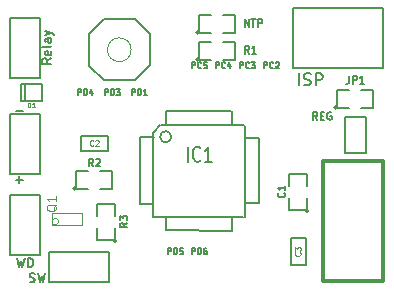
<source format=gto>
G04 (created by PCBNEW (2011-nov-30)-testing) date Thu 18 Oct 2012 10:53:08 EDT*
%MOIN*%
G04 Gerber Fmt 3.4, Leading zero omitted, Abs format*
%FSLAX34Y34*%
G01*
G70*
G90*
G04 APERTURE LIST*
%ADD10C,3.93701e-06*%
%ADD11C,0.006*%
%ADD12C,0.0039*%
%ADD13C,0.0079*%
%ADD14C,0.005*%
%ADD15C,0.012*%
%ADD16C,0.008*%
%ADD17C,0.0031*%
%ADD18C,0.003*%
%ADD19C,0.0045*%
G04 APERTURE END LIST*
G54D10*
G54D11*
X49985Y-39807D02*
X50214Y-39807D01*
X49985Y-42107D02*
X50214Y-42107D01*
X50100Y-42221D02*
X50100Y-41992D01*
G54D12*
X53828Y-37772D02*
G75*
G03X53828Y-37772I-395J0D01*
G74*
G01*
G54D13*
X54457Y-37260D02*
X53945Y-36748D01*
X52409Y-37260D02*
X52921Y-36748D01*
X52921Y-38796D02*
X52409Y-38323D01*
X54457Y-37260D02*
X54457Y-38284D01*
X54457Y-38284D02*
X53945Y-38796D01*
X53945Y-36748D02*
X52921Y-36748D01*
X52409Y-37260D02*
X52409Y-38284D01*
X52921Y-38796D02*
X53945Y-38796D01*
G54D11*
X58080Y-42890D02*
X57630Y-42890D01*
X58080Y-40710D02*
X57640Y-40710D01*
X58080Y-42890D02*
X58080Y-40710D01*
X57200Y-43360D02*
X57200Y-43790D01*
X54990Y-43370D02*
X54990Y-43790D01*
X54980Y-43790D02*
X57200Y-43800D01*
X55000Y-39820D02*
X57170Y-39810D01*
X54570Y-40510D02*
X54570Y-43340D01*
X57180Y-39820D02*
X57180Y-40230D01*
X54820Y-40270D02*
X57600Y-40270D01*
X57620Y-43350D02*
X57620Y-40310D01*
X54570Y-43350D02*
X57570Y-43350D01*
X54120Y-40680D02*
X54120Y-42900D01*
X54120Y-42900D02*
X54570Y-42900D01*
X54574Y-40500D02*
X54804Y-40270D01*
X54122Y-40680D02*
X54574Y-40680D01*
X55000Y-40270D02*
X55000Y-39818D01*
X55170Y-40674D02*
G75*
G03X55170Y-40674I-188J0D01*
G74*
G01*
G54D14*
X52000Y-42400D02*
G75*
G03X52000Y-42400I-50J0D01*
G74*
G01*
X52400Y-42400D02*
X52000Y-42400D01*
X52000Y-42400D02*
X52000Y-41800D01*
X52000Y-41800D02*
X52400Y-41800D01*
X52800Y-41800D02*
X53200Y-41800D01*
X53200Y-41800D02*
X53200Y-42400D01*
X53200Y-42400D02*
X52800Y-42400D01*
X56100Y-38100D02*
G75*
G03X56100Y-38100I-50J0D01*
G74*
G01*
X56500Y-38100D02*
X56100Y-38100D01*
X56100Y-38100D02*
X56100Y-37500D01*
X56100Y-37500D02*
X56500Y-37500D01*
X56900Y-37500D02*
X57300Y-37500D01*
X57300Y-37500D02*
X57300Y-38100D01*
X57300Y-38100D02*
X56900Y-38100D01*
X59750Y-43150D02*
G75*
G03X59750Y-43150I-50J0D01*
G74*
G01*
X59700Y-42700D02*
X59700Y-43100D01*
X59700Y-43100D02*
X59100Y-43100D01*
X59100Y-43100D02*
X59100Y-42700D01*
X59100Y-42300D02*
X59100Y-41900D01*
X59100Y-41900D02*
X59700Y-41900D01*
X59700Y-41900D02*
X59700Y-42300D01*
G54D15*
X60209Y-45479D02*
X60209Y-41479D01*
X60209Y-41479D02*
X62209Y-41479D01*
X62209Y-41479D02*
X62209Y-45479D01*
X62209Y-45479D02*
X60209Y-45479D01*
G54D16*
X59216Y-36377D02*
X62216Y-36377D01*
X62216Y-38377D02*
X59216Y-38377D01*
X59216Y-38377D02*
X59216Y-36377D01*
X62216Y-36377D02*
X62216Y-38377D01*
G54D11*
X49800Y-42600D02*
X50800Y-42600D01*
X50800Y-42600D02*
X50800Y-44600D01*
X50800Y-44600D02*
X49800Y-44600D01*
X49800Y-44600D02*
X49800Y-42600D01*
X53100Y-44500D02*
X53100Y-45500D01*
X53100Y-45500D02*
X51100Y-45500D01*
X51100Y-45500D02*
X51100Y-44500D01*
X51100Y-44500D02*
X53100Y-44500D01*
G54D14*
X61650Y-41200D02*
X60950Y-41200D01*
X60950Y-41200D02*
X60950Y-40000D01*
X60950Y-40000D02*
X61650Y-40000D01*
X61650Y-40000D02*
X61650Y-41200D01*
X56100Y-37200D02*
G75*
G03X56100Y-37200I-50J0D01*
G74*
G01*
X56500Y-37200D02*
X56100Y-37200D01*
X56100Y-37200D02*
X56100Y-36600D01*
X56100Y-36600D02*
X56500Y-36600D01*
X56900Y-36600D02*
X57300Y-36600D01*
X57300Y-36600D02*
X57300Y-37200D01*
X57300Y-37200D02*
X56900Y-37200D01*
X53350Y-44150D02*
G75*
G03X53350Y-44150I-50J0D01*
G74*
G01*
X53300Y-43700D02*
X53300Y-44100D01*
X53300Y-44100D02*
X52700Y-44100D01*
X52700Y-44100D02*
X52700Y-43700D01*
X52700Y-43300D02*
X52700Y-42900D01*
X52700Y-42900D02*
X53300Y-42900D01*
X53300Y-42900D02*
X53300Y-43300D01*
G54D11*
X49800Y-36700D02*
X50800Y-36700D01*
X50800Y-36700D02*
X50800Y-38700D01*
X50800Y-38700D02*
X49800Y-38700D01*
X49800Y-38700D02*
X49800Y-36700D01*
G54D17*
X51406Y-43500D02*
G75*
G03X51406Y-43500I-106J0D01*
G74*
G01*
X52200Y-43200D02*
X52200Y-43600D01*
X51175Y-43200D02*
X51175Y-43600D01*
X52200Y-43600D02*
X51175Y-43600D01*
X51175Y-43200D02*
X52200Y-43200D01*
G54D14*
X50303Y-39476D02*
X50303Y-38924D01*
X50146Y-39476D02*
X50854Y-39476D01*
X50854Y-39476D02*
X50854Y-38924D01*
X50854Y-38924D02*
X50146Y-38924D01*
X50146Y-38924D02*
X50146Y-39476D01*
X60700Y-39700D02*
G75*
G03X60700Y-39700I-50J0D01*
G74*
G01*
X61100Y-39700D02*
X60700Y-39700D01*
X60700Y-39700D02*
X60700Y-39100D01*
X60700Y-39100D02*
X61100Y-39100D01*
X61500Y-39100D02*
X61900Y-39100D01*
X61900Y-39100D02*
X61900Y-39700D01*
X61900Y-39700D02*
X61500Y-39700D01*
X59650Y-44050D02*
X59650Y-44950D01*
X59650Y-44950D02*
X59150Y-44950D01*
X59150Y-44950D02*
X59150Y-44050D01*
X59150Y-44050D02*
X59650Y-44050D01*
X53050Y-41150D02*
X52150Y-41150D01*
X52150Y-41150D02*
X52150Y-40650D01*
X52150Y-40650D02*
X53050Y-40650D01*
X53050Y-40650D02*
X53050Y-41150D01*
G54D11*
X50800Y-41900D02*
X49800Y-41900D01*
X49800Y-41900D02*
X49800Y-39900D01*
X49800Y-39900D02*
X50800Y-39900D01*
X50800Y-39900D02*
X50800Y-41900D01*
G54D16*
X55709Y-41502D02*
X55709Y-41002D01*
X56128Y-41454D02*
X56109Y-41478D01*
X56052Y-41502D01*
X56014Y-41502D01*
X55957Y-41478D01*
X55919Y-41430D01*
X55900Y-41383D01*
X55880Y-41288D01*
X55880Y-41216D01*
X55900Y-41121D01*
X55919Y-41073D01*
X55957Y-41026D01*
X56014Y-41002D01*
X56052Y-41002D01*
X56109Y-41026D01*
X56128Y-41050D01*
X56509Y-41502D02*
X56280Y-41502D01*
X56395Y-41502D02*
X56395Y-41002D01*
X56357Y-41073D01*
X56319Y-41121D01*
X56280Y-41145D01*
G54D14*
X52558Y-41651D02*
X52475Y-41532D01*
X52415Y-41651D02*
X52415Y-41401D01*
X52510Y-41401D01*
X52534Y-41413D01*
X52546Y-41425D01*
X52558Y-41448D01*
X52558Y-41484D01*
X52546Y-41508D01*
X52534Y-41520D01*
X52510Y-41532D01*
X52415Y-41532D01*
X52653Y-41425D02*
X52665Y-41413D01*
X52689Y-41401D01*
X52748Y-41401D01*
X52772Y-41413D01*
X52784Y-41425D01*
X52796Y-41448D01*
X52796Y-41472D01*
X52784Y-41508D01*
X52641Y-41651D01*
X52796Y-41651D01*
X57758Y-37901D02*
X57675Y-37782D01*
X57615Y-37901D02*
X57615Y-37651D01*
X57710Y-37651D01*
X57734Y-37663D01*
X57746Y-37675D01*
X57758Y-37698D01*
X57758Y-37734D01*
X57746Y-37758D01*
X57734Y-37770D01*
X57710Y-37782D01*
X57615Y-37782D01*
X57996Y-37901D02*
X57853Y-37901D01*
X57925Y-37901D02*
X57925Y-37651D01*
X57901Y-37686D01*
X57877Y-37710D01*
X57853Y-37722D01*
X58938Y-42539D02*
X58950Y-42551D01*
X58962Y-42587D01*
X58962Y-42611D01*
X58950Y-42646D01*
X58926Y-42670D01*
X58902Y-42682D01*
X58855Y-42694D01*
X58819Y-42694D01*
X58771Y-42682D01*
X58747Y-42670D01*
X58724Y-42646D01*
X58712Y-42611D01*
X58712Y-42587D01*
X58724Y-42551D01*
X58736Y-42539D01*
X58962Y-42301D02*
X58962Y-42444D01*
X58962Y-42373D02*
X58712Y-42373D01*
X58747Y-42396D01*
X58771Y-42420D01*
X58783Y-42444D01*
G54D16*
X59409Y-38961D02*
X59409Y-38561D01*
X59580Y-38942D02*
X59638Y-38961D01*
X59733Y-38961D01*
X59771Y-38942D01*
X59790Y-38923D01*
X59809Y-38885D01*
X59809Y-38847D01*
X59790Y-38809D01*
X59771Y-38790D01*
X59733Y-38771D01*
X59657Y-38752D01*
X59618Y-38733D01*
X59599Y-38714D01*
X59580Y-38676D01*
X59580Y-38638D01*
X59599Y-38600D01*
X59618Y-38580D01*
X59657Y-38561D01*
X59752Y-38561D01*
X59809Y-38580D01*
X59980Y-38961D02*
X59980Y-38561D01*
X60133Y-38561D01*
X60171Y-38580D01*
X60190Y-38600D01*
X60209Y-38638D01*
X60209Y-38695D01*
X60190Y-38733D01*
X60171Y-38752D01*
X60133Y-38771D01*
X59980Y-38771D01*
G54D11*
X50021Y-44721D02*
X50092Y-45021D01*
X50150Y-44807D01*
X50207Y-45021D01*
X50278Y-44721D01*
X50392Y-45021D02*
X50392Y-44721D01*
X50464Y-44721D01*
X50507Y-44735D01*
X50535Y-44764D01*
X50550Y-44792D01*
X50564Y-44850D01*
X50564Y-44892D01*
X50550Y-44950D01*
X50535Y-44978D01*
X50507Y-45007D01*
X50464Y-45021D01*
X50392Y-45021D01*
X50442Y-45507D02*
X50485Y-45521D01*
X50557Y-45521D01*
X50585Y-45507D01*
X50600Y-45492D01*
X50614Y-45464D01*
X50614Y-45435D01*
X50600Y-45407D01*
X50585Y-45392D01*
X50557Y-45378D01*
X50500Y-45364D01*
X50471Y-45350D01*
X50457Y-45335D01*
X50442Y-45307D01*
X50442Y-45278D01*
X50457Y-45250D01*
X50471Y-45235D01*
X50500Y-45221D01*
X50571Y-45221D01*
X50614Y-45235D01*
X50714Y-45221D02*
X50785Y-45521D01*
X50842Y-45307D01*
X50900Y-45521D01*
X50971Y-45221D01*
G54D14*
X55852Y-44588D02*
X55852Y-44388D01*
X55928Y-44388D01*
X55947Y-44398D01*
X55957Y-44408D01*
X55966Y-44427D01*
X55966Y-44455D01*
X55957Y-44474D01*
X55947Y-44484D01*
X55928Y-44493D01*
X55852Y-44493D01*
X56052Y-44588D02*
X56052Y-44388D01*
X56100Y-44388D01*
X56128Y-44398D01*
X56147Y-44417D01*
X56157Y-44436D01*
X56166Y-44474D01*
X56166Y-44503D01*
X56157Y-44541D01*
X56147Y-44560D01*
X56128Y-44579D01*
X56100Y-44588D01*
X56052Y-44588D01*
X56338Y-44388D02*
X56300Y-44388D01*
X56280Y-44398D01*
X56271Y-44408D01*
X56252Y-44436D01*
X56242Y-44474D01*
X56242Y-44550D01*
X56252Y-44569D01*
X56261Y-44579D01*
X56280Y-44588D01*
X56319Y-44588D01*
X56338Y-44579D01*
X56347Y-44569D01*
X56357Y-44550D01*
X56357Y-44503D01*
X56347Y-44484D01*
X56338Y-44474D01*
X56319Y-44465D01*
X56280Y-44465D01*
X56261Y-44474D01*
X56252Y-44484D01*
X56242Y-44503D01*
X55052Y-44588D02*
X55052Y-44388D01*
X55128Y-44388D01*
X55147Y-44398D01*
X55157Y-44408D01*
X55166Y-44427D01*
X55166Y-44455D01*
X55157Y-44474D01*
X55147Y-44484D01*
X55128Y-44493D01*
X55052Y-44493D01*
X55252Y-44588D02*
X55252Y-44388D01*
X55300Y-44388D01*
X55328Y-44398D01*
X55347Y-44417D01*
X55357Y-44436D01*
X55366Y-44474D01*
X55366Y-44503D01*
X55357Y-44541D01*
X55347Y-44560D01*
X55328Y-44579D01*
X55300Y-44588D01*
X55252Y-44588D01*
X55547Y-44388D02*
X55452Y-44388D01*
X55442Y-44484D01*
X55452Y-44474D01*
X55471Y-44465D01*
X55519Y-44465D01*
X55538Y-44474D01*
X55547Y-44484D01*
X55557Y-44503D01*
X55557Y-44550D01*
X55547Y-44569D01*
X55538Y-44579D01*
X55519Y-44588D01*
X55471Y-44588D01*
X55452Y-44579D01*
X55442Y-44569D01*
X52052Y-39288D02*
X52052Y-39088D01*
X52128Y-39088D01*
X52147Y-39098D01*
X52157Y-39108D01*
X52166Y-39127D01*
X52166Y-39155D01*
X52157Y-39174D01*
X52147Y-39184D01*
X52128Y-39193D01*
X52052Y-39193D01*
X52252Y-39288D02*
X52252Y-39088D01*
X52300Y-39088D01*
X52328Y-39098D01*
X52347Y-39117D01*
X52357Y-39136D01*
X52366Y-39174D01*
X52366Y-39203D01*
X52357Y-39241D01*
X52347Y-39260D01*
X52328Y-39279D01*
X52300Y-39288D01*
X52252Y-39288D01*
X52538Y-39155D02*
X52538Y-39288D01*
X52490Y-39079D02*
X52442Y-39222D01*
X52566Y-39222D01*
X52952Y-39288D02*
X52952Y-39088D01*
X53028Y-39088D01*
X53047Y-39098D01*
X53057Y-39108D01*
X53066Y-39127D01*
X53066Y-39155D01*
X53057Y-39174D01*
X53047Y-39184D01*
X53028Y-39193D01*
X52952Y-39193D01*
X53152Y-39288D02*
X53152Y-39088D01*
X53200Y-39088D01*
X53228Y-39098D01*
X53247Y-39117D01*
X53257Y-39136D01*
X53266Y-39174D01*
X53266Y-39203D01*
X53257Y-39241D01*
X53247Y-39260D01*
X53228Y-39279D01*
X53200Y-39288D01*
X53152Y-39288D01*
X53333Y-39088D02*
X53457Y-39088D01*
X53390Y-39165D01*
X53419Y-39165D01*
X53438Y-39174D01*
X53447Y-39184D01*
X53457Y-39203D01*
X53457Y-39250D01*
X53447Y-39269D01*
X53438Y-39279D01*
X53419Y-39288D01*
X53361Y-39288D01*
X53342Y-39279D01*
X53333Y-39269D01*
X53852Y-39288D02*
X53852Y-39088D01*
X53928Y-39088D01*
X53947Y-39098D01*
X53957Y-39108D01*
X53966Y-39127D01*
X53966Y-39155D01*
X53957Y-39174D01*
X53947Y-39184D01*
X53928Y-39193D01*
X53852Y-39193D01*
X54052Y-39288D02*
X54052Y-39088D01*
X54100Y-39088D01*
X54128Y-39098D01*
X54147Y-39117D01*
X54157Y-39136D01*
X54166Y-39174D01*
X54166Y-39203D01*
X54157Y-39241D01*
X54147Y-39260D01*
X54128Y-39279D01*
X54100Y-39288D01*
X54052Y-39288D01*
X54357Y-39288D02*
X54242Y-39288D01*
X54300Y-39288D02*
X54300Y-39088D01*
X54280Y-39117D01*
X54261Y-39136D01*
X54242Y-39146D01*
X55852Y-38388D02*
X55852Y-38188D01*
X55928Y-38188D01*
X55947Y-38198D01*
X55957Y-38208D01*
X55966Y-38227D01*
X55966Y-38255D01*
X55957Y-38274D01*
X55947Y-38284D01*
X55928Y-38293D01*
X55852Y-38293D01*
X56166Y-38369D02*
X56157Y-38379D01*
X56128Y-38388D01*
X56109Y-38388D01*
X56080Y-38379D01*
X56061Y-38360D01*
X56052Y-38341D01*
X56042Y-38303D01*
X56042Y-38274D01*
X56052Y-38236D01*
X56061Y-38217D01*
X56080Y-38198D01*
X56109Y-38188D01*
X56128Y-38188D01*
X56157Y-38198D01*
X56166Y-38208D01*
X56347Y-38188D02*
X56252Y-38188D01*
X56242Y-38284D01*
X56252Y-38274D01*
X56271Y-38265D01*
X56319Y-38265D01*
X56338Y-38274D01*
X56347Y-38284D01*
X56357Y-38303D01*
X56357Y-38350D01*
X56347Y-38369D01*
X56338Y-38379D01*
X56319Y-38388D01*
X56271Y-38388D01*
X56252Y-38379D01*
X56242Y-38369D01*
X56652Y-38388D02*
X56652Y-38188D01*
X56728Y-38188D01*
X56747Y-38198D01*
X56757Y-38208D01*
X56766Y-38227D01*
X56766Y-38255D01*
X56757Y-38274D01*
X56747Y-38284D01*
X56728Y-38293D01*
X56652Y-38293D01*
X56966Y-38369D02*
X56957Y-38379D01*
X56928Y-38388D01*
X56909Y-38388D01*
X56880Y-38379D01*
X56861Y-38360D01*
X56852Y-38341D01*
X56842Y-38303D01*
X56842Y-38274D01*
X56852Y-38236D01*
X56861Y-38217D01*
X56880Y-38198D01*
X56909Y-38188D01*
X56928Y-38188D01*
X56957Y-38198D01*
X56966Y-38208D01*
X57138Y-38255D02*
X57138Y-38388D01*
X57090Y-38179D02*
X57042Y-38322D01*
X57166Y-38322D01*
X57452Y-38388D02*
X57452Y-38188D01*
X57528Y-38188D01*
X57547Y-38198D01*
X57557Y-38208D01*
X57566Y-38227D01*
X57566Y-38255D01*
X57557Y-38274D01*
X57547Y-38284D01*
X57528Y-38293D01*
X57452Y-38293D01*
X57766Y-38369D02*
X57757Y-38379D01*
X57728Y-38388D01*
X57709Y-38388D01*
X57680Y-38379D01*
X57661Y-38360D01*
X57652Y-38341D01*
X57642Y-38303D01*
X57642Y-38274D01*
X57652Y-38236D01*
X57661Y-38217D01*
X57680Y-38198D01*
X57709Y-38188D01*
X57728Y-38188D01*
X57757Y-38198D01*
X57766Y-38208D01*
X57833Y-38188D02*
X57957Y-38188D01*
X57890Y-38265D01*
X57919Y-38265D01*
X57938Y-38274D01*
X57947Y-38284D01*
X57957Y-38303D01*
X57957Y-38350D01*
X57947Y-38369D01*
X57938Y-38379D01*
X57919Y-38388D01*
X57861Y-38388D01*
X57842Y-38379D01*
X57833Y-38369D01*
X58252Y-38388D02*
X58252Y-38188D01*
X58328Y-38188D01*
X58347Y-38198D01*
X58357Y-38208D01*
X58366Y-38227D01*
X58366Y-38255D01*
X58357Y-38274D01*
X58347Y-38284D01*
X58328Y-38293D01*
X58252Y-38293D01*
X58566Y-38369D02*
X58557Y-38379D01*
X58528Y-38388D01*
X58509Y-38388D01*
X58480Y-38379D01*
X58461Y-38360D01*
X58452Y-38341D01*
X58442Y-38303D01*
X58442Y-38274D01*
X58452Y-38236D01*
X58461Y-38217D01*
X58480Y-38198D01*
X58509Y-38188D01*
X58528Y-38188D01*
X58557Y-38198D01*
X58566Y-38208D01*
X58642Y-38208D02*
X58652Y-38198D01*
X58671Y-38188D01*
X58719Y-38188D01*
X58738Y-38198D01*
X58747Y-38208D01*
X58757Y-38227D01*
X58757Y-38246D01*
X58747Y-38274D01*
X58633Y-38388D01*
X58757Y-38388D01*
X60039Y-40101D02*
X59955Y-39982D01*
X59896Y-40101D02*
X59896Y-39851D01*
X59991Y-39851D01*
X60015Y-39863D01*
X60027Y-39875D01*
X60039Y-39898D01*
X60039Y-39934D01*
X60027Y-39958D01*
X60015Y-39970D01*
X59991Y-39982D01*
X59896Y-39982D01*
X60146Y-39970D02*
X60229Y-39970D01*
X60265Y-40101D02*
X60146Y-40101D01*
X60146Y-39851D01*
X60265Y-39851D01*
X60503Y-39863D02*
X60479Y-39851D01*
X60444Y-39851D01*
X60408Y-39863D01*
X60384Y-39886D01*
X60372Y-39910D01*
X60360Y-39958D01*
X60360Y-39994D01*
X60372Y-40041D01*
X60384Y-40065D01*
X60408Y-40089D01*
X60444Y-40101D01*
X60467Y-40101D01*
X60503Y-40089D01*
X60515Y-40077D01*
X60515Y-39994D01*
X60467Y-39994D01*
X57608Y-37001D02*
X57608Y-36751D01*
X57751Y-37001D01*
X57751Y-36751D01*
X57834Y-36751D02*
X57977Y-36751D01*
X57905Y-37001D02*
X57905Y-36751D01*
X58060Y-37001D02*
X58060Y-36751D01*
X58155Y-36751D01*
X58179Y-36763D01*
X58191Y-36775D01*
X58203Y-36798D01*
X58203Y-36834D01*
X58191Y-36858D01*
X58179Y-36870D01*
X58155Y-36882D01*
X58060Y-36882D01*
X53701Y-43541D02*
X53582Y-43625D01*
X53701Y-43684D02*
X53451Y-43684D01*
X53451Y-43589D01*
X53463Y-43565D01*
X53475Y-43553D01*
X53498Y-43541D01*
X53534Y-43541D01*
X53558Y-43553D01*
X53570Y-43565D01*
X53582Y-43589D01*
X53582Y-43684D01*
X53451Y-43458D02*
X53451Y-43303D01*
X53546Y-43386D01*
X53546Y-43351D01*
X53558Y-43327D01*
X53570Y-43315D01*
X53594Y-43303D01*
X53653Y-43303D01*
X53677Y-43315D01*
X53689Y-43327D01*
X53701Y-43351D01*
X53701Y-43422D01*
X53689Y-43446D01*
X53677Y-43458D01*
G54D11*
X51171Y-38064D02*
X51028Y-38164D01*
X51171Y-38235D02*
X50871Y-38235D01*
X50871Y-38121D01*
X50885Y-38092D01*
X50900Y-38078D01*
X50928Y-38064D01*
X50971Y-38064D01*
X51000Y-38078D01*
X51014Y-38092D01*
X51028Y-38121D01*
X51028Y-38235D01*
X51157Y-37821D02*
X51171Y-37850D01*
X51171Y-37907D01*
X51157Y-37935D01*
X51128Y-37950D01*
X51014Y-37950D01*
X50985Y-37935D01*
X50971Y-37907D01*
X50971Y-37850D01*
X50985Y-37821D01*
X51014Y-37807D01*
X51042Y-37807D01*
X51071Y-37950D01*
X51171Y-37635D02*
X51157Y-37664D01*
X51128Y-37678D01*
X50871Y-37678D01*
X51171Y-37392D02*
X51014Y-37392D01*
X50985Y-37407D01*
X50971Y-37435D01*
X50971Y-37492D01*
X50985Y-37521D01*
X51157Y-37392D02*
X51171Y-37421D01*
X51171Y-37492D01*
X51157Y-37521D01*
X51128Y-37535D01*
X51100Y-37535D01*
X51071Y-37521D01*
X51057Y-37492D01*
X51057Y-37421D01*
X51042Y-37392D01*
X50971Y-37278D02*
X51171Y-37207D01*
X50971Y-37135D02*
X51171Y-37207D01*
X51242Y-37235D01*
X51257Y-37249D01*
X51271Y-37278D01*
G54D18*
X51350Y-42928D02*
X51335Y-42957D01*
X51307Y-42985D01*
X51264Y-43028D01*
X51250Y-43057D01*
X51250Y-43085D01*
X51321Y-43071D02*
X51307Y-43100D01*
X51278Y-43128D01*
X51221Y-43142D01*
X51121Y-43142D01*
X51064Y-43128D01*
X51035Y-43100D01*
X51021Y-43071D01*
X51021Y-43014D01*
X51035Y-42985D01*
X51064Y-42957D01*
X51121Y-42942D01*
X51221Y-42942D01*
X51278Y-42957D01*
X51307Y-42985D01*
X51321Y-43014D01*
X51321Y-43071D01*
X51321Y-42657D02*
X51321Y-42828D01*
X51321Y-42742D02*
X51021Y-42742D01*
X51064Y-42771D01*
X51092Y-42800D01*
X51107Y-42828D01*
G54D12*
X50384Y-39696D02*
X50384Y-39539D01*
X50421Y-39539D01*
X50443Y-39547D01*
X50458Y-39561D01*
X50466Y-39576D01*
X50473Y-39606D01*
X50473Y-39629D01*
X50466Y-39659D01*
X50458Y-39674D01*
X50443Y-39689D01*
X50421Y-39696D01*
X50384Y-39696D01*
X50623Y-39696D02*
X50533Y-39696D01*
X50578Y-39696D02*
X50578Y-39539D01*
X50563Y-39561D01*
X50548Y-39576D01*
X50533Y-39584D01*
G54D14*
X61091Y-38651D02*
X61091Y-38829D01*
X61079Y-38865D01*
X61055Y-38889D01*
X61020Y-38901D01*
X60996Y-38901D01*
X61210Y-38901D02*
X61210Y-38651D01*
X61305Y-38651D01*
X61329Y-38663D01*
X61341Y-38675D01*
X61353Y-38698D01*
X61353Y-38734D01*
X61341Y-38758D01*
X61329Y-38770D01*
X61305Y-38782D01*
X61210Y-38782D01*
X61591Y-38901D02*
X61448Y-38901D01*
X61520Y-38901D02*
X61520Y-38651D01*
X61496Y-38686D01*
X61472Y-38710D01*
X61448Y-38722D01*
G54D19*
X59461Y-44530D02*
X59471Y-44538D01*
X59480Y-44564D01*
X59480Y-44581D01*
X59471Y-44607D01*
X59452Y-44624D01*
X59433Y-44632D01*
X59395Y-44641D01*
X59366Y-44641D01*
X59328Y-44632D01*
X59309Y-44624D01*
X59290Y-44607D01*
X59280Y-44581D01*
X59280Y-44564D01*
X59290Y-44538D01*
X59300Y-44530D01*
X59280Y-44470D02*
X59280Y-44358D01*
X59357Y-44418D01*
X59357Y-44392D01*
X59366Y-44375D01*
X59376Y-44367D01*
X59395Y-44358D01*
X59442Y-44358D01*
X59461Y-44367D01*
X59471Y-44375D01*
X59480Y-44392D01*
X59480Y-44444D01*
X59471Y-44461D01*
X59461Y-44470D01*
X52570Y-40961D02*
X52561Y-40971D01*
X52535Y-40980D01*
X52518Y-40980D01*
X52492Y-40971D01*
X52475Y-40952D01*
X52467Y-40933D01*
X52458Y-40895D01*
X52458Y-40866D01*
X52467Y-40828D01*
X52475Y-40809D01*
X52492Y-40790D01*
X52518Y-40780D01*
X52535Y-40780D01*
X52561Y-40790D01*
X52570Y-40800D01*
X52638Y-40800D02*
X52647Y-40790D01*
X52664Y-40780D01*
X52707Y-40780D01*
X52724Y-40790D01*
X52732Y-40800D01*
X52741Y-40819D01*
X52741Y-40838D01*
X52732Y-40866D01*
X52630Y-40980D01*
X52741Y-40980D01*
M02*

</source>
